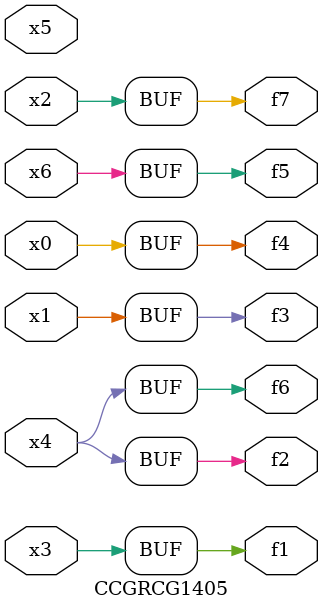
<source format=v>
module CCGRCG1405(
	input x0, x1, x2, x3, x4, x5, x6,
	output f1, f2, f3, f4, f5, f6, f7
);
	assign f1 = x3;
	assign f2 = x4;
	assign f3 = x1;
	assign f4 = x0;
	assign f5 = x6;
	assign f6 = x4;
	assign f7 = x2;
endmodule

</source>
